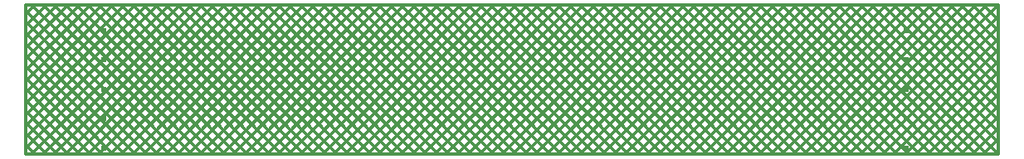
<source format=gbl>
G04 Layer: BottomLayer*
G04 EasyEDA Pro v2.1.64.d1969c9c.217bcf, 2024-08-01 22:51:47*
G04 Gerber Generator version 0.3*
G04 Scale: 100 percent, Rotated: No, Reflected: No*
G04 Dimensions in millimeters*
G04 Leading zeros omitted, absolute positions, 3 integers and 5 decimals*
%FSLAX35Y35*%
%MOMM*%
%ADD10C,0.3*%
%ADD11C,0.61*%
G75*

G54D10*

G04 Copper Start*
G01X10559346Y-440654D02*
G01X10559346Y-1959346D01*
G01X640654D01*
G01Y-440654D01*
G01X10559346D01*
G01X10526386Y-1959346D02*
G01X10559346Y-1926386D01*
G01X10412118Y-1959346D02*
G01X10559346Y-1812117D01*
G01X10297849Y-1959346D02*
G01X10559346Y-1697849D01*
G01X10183581Y-1959346D02*
G01X10559346Y-1583581D01*
G01X10069313Y-1959346D02*
G01X10559346Y-1469312D01*
G01X9955044Y-1959346D02*
G01X10559346Y-1355044D01*
G01X9840776Y-1959346D02*
G01X10559346Y-1240775D01*
G01X9726507Y-1959346D02*
G01X10559346Y-1126507D01*
G01X9612239Y-1959346D02*
G01X10559346Y-1012239D01*
G01X9497971Y-1959346D02*
G01X10559346Y-897970D01*
G01X9383702Y-1959346D02*
G01X10559346Y-783702D01*
G01X9269434Y-1959346D02*
G01X10559346Y-669434D01*
G01X9155166Y-1959346D02*
G01X10559346Y-555165D01*
G01X9040897Y-1959346D02*
G01X10559346Y-440897D01*
G01X8926629Y-1959346D02*
G01X10445321Y-440654D01*
G01X8812360Y-1959346D02*
G01X10331053Y-440654D01*
G01X8698092Y-1959346D02*
G01X10216784Y-440654D01*
G01X8583824Y-1959346D02*
G01X10102516Y-440654D01*
G01X8469555Y-1959346D02*
G01X9988247Y-440654D01*
G01X8355287Y-1959346D02*
G01X9873979Y-440654D01*
G01X8241019Y-1959346D02*
G01X9759711Y-440654D01*
G01X8126750Y-1959346D02*
G01X9645442Y-440654D01*
G01X8012482Y-1959346D02*
G01X9531174Y-440654D01*
G01X7898213Y-1959346D02*
G01X9416906Y-440654D01*
G01X7783945Y-1959346D02*
G01X9302637Y-440654D01*
G01X7669677Y-1959346D02*
G01X9188369Y-440654D01*
G01X7555408Y-1959346D02*
G01X9074101Y-440654D01*
G01X7441140Y-1959346D02*
G01X8959832Y-440654D01*
G01X7326872Y-1959346D02*
G01X8845564Y-440654D01*
G01X7212603Y-1959346D02*
G01X8731295Y-440654D01*
G01X7098335Y-1959346D02*
G01X8617027Y-440654D01*
G01X6984066Y-1959346D02*
G01X8502759Y-440654D01*
G01X6869798Y-1959346D02*
G01X8388490Y-440654D01*
G01X6755530Y-1959346D02*
G01X8274222Y-440654D01*
G01X6641261Y-1959346D02*
G01X8159954Y-440654D01*
G01X6526993Y-1959346D02*
G01X8045685Y-440654D01*
G01X6412725Y-1959346D02*
G01X7931417Y-440654D01*
G01X6298456Y-1959346D02*
G01X7817148Y-440654D01*
G01X6184188Y-1959346D02*
G01X7702880Y-440654D01*
G01X6069920Y-1959346D02*
G01X7588612Y-440654D01*
G01X5955651Y-1959346D02*
G01X7474343Y-440654D01*
G01X5841383Y-1959346D02*
G01X7360075Y-440654D01*
G01X5727114Y-1959346D02*
G01X7245807Y-440654D01*
G01X5612846Y-1959346D02*
G01X7131538Y-440654D01*
G01X5498578Y-1959346D02*
G01X7017270Y-440654D01*
G01X5384309Y-1959346D02*
G01X6903001Y-440654D01*
G01X5270041Y-1959346D02*
G01X6788733Y-440654D01*
G01X5155773Y-1959346D02*
G01X6674465Y-440654D01*
G01X5041504Y-1959346D02*
G01X6560196Y-440654D01*
G01X4927236Y-1959346D02*
G01X6445928Y-440654D01*
G01X4812967Y-1959346D02*
G01X6331660Y-440654D01*
G01X4698699Y-1959346D02*
G01X6217391Y-440654D01*
G01X4584431Y-1959346D02*
G01X6103123Y-440654D01*
G01X4470162Y-1959346D02*
G01X5988854Y-440654D01*
G01X4355894Y-1959346D02*
G01X5874586Y-440654D01*
G01X4241626Y-1959346D02*
G01X5760318Y-440654D01*
G01X4127357Y-1959346D02*
G01X5646049Y-440654D01*
G01X4013089Y-1959346D02*
G01X5531781Y-440654D01*
G01X3898820Y-1959346D02*
G01X5417513Y-440654D01*
G01X3784552Y-1959346D02*
G01X5303244Y-440654D01*
G01X3670284Y-1959346D02*
G01X5188976Y-440654D01*
G01X3556015Y-1959346D02*
G01X5074708Y-440654D01*
G01X3441747Y-1959346D02*
G01X4960439Y-440654D01*
G01X3327479Y-1959346D02*
G01X4846171Y-440654D01*
G01X3213210Y-1959346D02*
G01X4731902Y-440654D01*
G01X3098942Y-1959346D02*
G01X4617634Y-440654D01*
G01X2984674Y-1959346D02*
G01X4503366Y-440654D01*
G01X2870405Y-1959346D02*
G01X4389097Y-440654D01*
G01X2756137Y-1959346D02*
G01X4274829Y-440654D01*
G01X2641868Y-1959346D02*
G01X4160561Y-440654D01*
G01X2527600Y-1959346D02*
G01X4046292Y-440654D01*
G01X2413332Y-1959346D02*
G01X3932024Y-440654D01*
G01X2299063Y-1959346D02*
G01X3817755Y-440654D01*
G01X2184795Y-1959346D02*
G01X3703487Y-440654D01*
G01X2070527Y-1959346D02*
G01X3589219Y-440654D01*
G01X1956258Y-1959346D02*
G01X3474950Y-440654D01*
G01X1841990Y-1959346D02*
G01X3360682Y-440654D01*
G01X1727721Y-1959346D02*
G01X3246414Y-440654D01*
G01X1613453Y-1959346D02*
G01X3132145Y-440654D01*
G01X1499185Y-1959346D02*
G01X3017877Y-440654D01*
G01X1384916Y-1959346D02*
G01X2903608Y-440654D01*
G01X1270648Y-1959346D02*
G01X2789340Y-440654D01*
G01X1156380Y-1959346D02*
G01X2675072Y-440654D01*
G01X1042111Y-1959346D02*
G01X2560803Y-440654D01*
G01X927843Y-1959346D02*
G01X2446535Y-440654D01*
G01X813574Y-1959346D02*
G01X2332267Y-440654D01*
G01X699306Y-1959346D02*
G01X2217998Y-440654D01*
G01X640654Y-1903730D02*
G01X2103730Y-440654D01*
G01X640654Y-1789461D02*
G01X1989462Y-440654D01*
G01X640654Y-1675193D02*
G01X1875193Y-440654D01*
G01X640654Y-1560925D02*
G01X1760925Y-440654D01*
G01X640654Y-1446656D02*
G01X1646656Y-440654D01*
G01X640654Y-1332388D02*
G01X1532388Y-440654D01*
G01X640654Y-1218120D02*
G01X1418120Y-440654D01*
G01X640654Y-1103851D02*
G01X1303851Y-440654D01*
G01X640654Y-989583D02*
G01X1189583Y-440654D01*
G01X640654Y-875314D02*
G01X1075315Y-440654D01*
G01X640654Y-761046D02*
G01X961046Y-440654D01*
G01X640654Y-646778D02*
G01X846778Y-440654D01*
G01X640654Y-532509D02*
G01X732509Y-440654D01*
G01X10559346Y-473614D02*
G01X10526386Y-440654D01*
G01X10559346Y-587883D02*
G01X10412118Y-440654D01*
G01X10559346Y-702151D02*
G01X10297849Y-440654D01*
G01X10559346Y-816419D02*
G01X10183581Y-440654D01*
G01X10559346Y-930688D02*
G01X10069313Y-440654D01*
G01X10559346Y-1044956D02*
G01X9955044Y-440654D01*
G01X10559346Y-1159225D02*
G01X9840776Y-440654D01*
G01X10559346Y-1273493D02*
G01X9726507Y-440654D01*
G01X10559346Y-1387761D02*
G01X9612239Y-440654D01*
G01X10559346Y-1502030D02*
G01X9497971Y-440654D01*
G01X10559346Y-1616298D02*
G01X9383702Y-440654D01*
G01X10559346Y-1730566D02*
G01X9269434Y-440654D01*
G01X10559346Y-1844835D02*
G01X9155166Y-440654D01*
G01X10559346Y-1959103D02*
G01X9040897Y-440654D01*
G01X10445321Y-1959346D02*
G01X8926629Y-440654D01*
G01X10331053Y-1959346D02*
G01X8812360Y-440654D01*
G01X10216784Y-1959346D02*
G01X8698092Y-440654D01*
G01X10102516Y-1959346D02*
G01X8583824Y-440654D01*
G01X9988247Y-1959346D02*
G01X8469555Y-440654D01*
G01X9873979Y-1959346D02*
G01X8355287Y-440654D01*
G01X9759711Y-1959346D02*
G01X8241019Y-440654D01*
G01X9645442Y-1959346D02*
G01X8126750Y-440654D01*
G01X9531174Y-1959346D02*
G01X8012482Y-440654D01*
G01X9416906Y-1959346D02*
G01X7898213Y-440654D01*
G01X9302637Y-1959346D02*
G01X7783945Y-440654D01*
G01X9188369Y-1959346D02*
G01X7669677Y-440654D01*
G01X9074101Y-1959346D02*
G01X7555408Y-440654D01*
G01X8959832Y-1959346D02*
G01X7441140Y-440654D01*
G01X8845564Y-1959346D02*
G01X7326872Y-440654D01*
G01X8731295Y-1959346D02*
G01X7212603Y-440654D01*
G01X8617027Y-1959346D02*
G01X7098335Y-440654D01*
G01X8502759Y-1959346D02*
G01X6984066Y-440654D01*
G01X8388490Y-1959346D02*
G01X6869798Y-440654D01*
G01X8274222Y-1959346D02*
G01X6755530Y-440654D01*
G01X8159954Y-1959346D02*
G01X6641261Y-440654D01*
G01X8045685Y-1959346D02*
G01X6526993Y-440654D01*
G01X7931417Y-1959346D02*
G01X6412725Y-440654D01*
G01X7817148Y-1959346D02*
G01X6298456Y-440654D01*
G01X7702880Y-1959346D02*
G01X6184188Y-440654D01*
G01X7588612Y-1959346D02*
G01X6069920Y-440654D01*
G01X7474343Y-1959346D02*
G01X5955651Y-440654D01*
G01X7360075Y-1959346D02*
G01X5841383Y-440654D01*
G01X7245807Y-1959346D02*
G01X5727114Y-440654D01*
G01X7131538Y-1959346D02*
G01X5612846Y-440654D01*
G01X7017270Y-1959346D02*
G01X5498578Y-440654D01*
G01X6903001Y-1959346D02*
G01X5384309Y-440654D01*
G01X6788733Y-1959346D02*
G01X5270041Y-440654D01*
G01X6674465Y-1959346D02*
G01X5155773Y-440654D01*
G01X6560196Y-1959346D02*
G01X5041504Y-440654D01*
G01X6445928Y-1959346D02*
G01X4927236Y-440654D01*
G01X6331660Y-1959346D02*
G01X4812967Y-440654D01*
G01X6217391Y-1959346D02*
G01X4698699Y-440654D01*
G01X6103123Y-1959346D02*
G01X4584431Y-440654D01*
G01X5988854Y-1959346D02*
G01X4470162Y-440654D01*
G01X5874586Y-1959346D02*
G01X4355894Y-440654D01*
G01X5760318Y-1959346D02*
G01X4241626Y-440654D01*
G01X5646049Y-1959346D02*
G01X4127357Y-440654D01*
G01X5531781Y-1959346D02*
G01X4013089Y-440654D01*
G01X5417513Y-1959346D02*
G01X3898820Y-440654D01*
G01X5303244Y-1959346D02*
G01X3784552Y-440654D01*
G01X5188976Y-1959346D02*
G01X3670284Y-440654D01*
G01X5074708Y-1959346D02*
G01X3556015Y-440654D01*
G01X4960439Y-1959346D02*
G01X3441747Y-440654D01*
G01X4846171Y-1959346D02*
G01X3327479Y-440654D01*
G01X4731902Y-1959346D02*
G01X3213210Y-440654D01*
G01X4617634Y-1959346D02*
G01X3098942Y-440654D01*
G01X4503366Y-1959346D02*
G01X2984674Y-440654D01*
G01X4389097Y-1959346D02*
G01X2870405Y-440654D01*
G01X4274829Y-1959346D02*
G01X2756137Y-440654D01*
G01X4160561Y-1959346D02*
G01X2641868Y-440654D01*
G01X4046292Y-1959346D02*
G01X2527600Y-440654D01*
G01X3932024Y-1959346D02*
G01X2413332Y-440654D01*
G01X3817755Y-1959346D02*
G01X2299063Y-440654D01*
G01X3703487Y-1959346D02*
G01X2184795Y-440654D01*
G01X3589219Y-1959346D02*
G01X2070527Y-440654D01*
G01X3474950Y-1959346D02*
G01X1956258Y-440654D01*
G01X3360682Y-1959346D02*
G01X1841990Y-440654D01*
G01X3246414Y-1959346D02*
G01X1727721Y-440654D01*
G01X3132145Y-1959346D02*
G01X1613453Y-440654D01*
G01X3017877Y-1959346D02*
G01X1499185Y-440654D01*
G01X2903608Y-1959346D02*
G01X1384916Y-440654D01*
G01X2789340Y-1959346D02*
G01X1270648Y-440654D01*
G01X2675072Y-1959346D02*
G01X1156380Y-440654D01*
G01X2560803Y-1959346D02*
G01X1042111Y-440654D01*
G01X2446535Y-1959346D02*
G01X927843Y-440654D01*
G01X2332267Y-1959346D02*
G01X813574Y-440654D01*
G01X2217998Y-1959346D02*
G01X699306Y-440654D01*
G01X2103730Y-1959346D02*
G01X640654Y-496270D01*
G01X1989462Y-1959346D02*
G01X640654Y-610539D01*
G01X1875193Y-1959346D02*
G01X640654Y-724807D01*
G01X1760925Y-1959346D02*
G01X640654Y-839075D01*
G01X1646656Y-1959346D02*
G01X640654Y-953344D01*
G01X1532388Y-1959346D02*
G01X640654Y-1067612D01*
G01X1418120Y-1959346D02*
G01X640654Y-1181880D01*
G01X1303851Y-1959346D02*
G01X640654Y-1296149D01*
G01X1189583Y-1959346D02*
G01X640654Y-1410417D01*
G01X1075315Y-1959346D02*
G01X640654Y-1524686D01*
G01X961046Y-1959346D02*
G01X640654Y-1638954D01*
G01X846778Y-1959346D02*
G01X640654Y-1753222D01*
G01X732509Y-1959346D02*
G01X640654Y-1867491D01*
G04 Copper End*

G04 Via Start*
G54D11*
G01X1431753Y-1899998D03*
G01X1432729Y-1597040D03*
G01X1433706Y-1300000D03*
G01X1435658Y-1000000D03*
G01X1437611Y-700001D03*
G01X9619940Y-1899998D03*
G01X9620916Y-1597040D03*
G01X9621893Y-1300000D03*
G01X9623846Y-1000000D03*
G01X9625799Y-700001D03*
G04 Via End*

M02*

</source>
